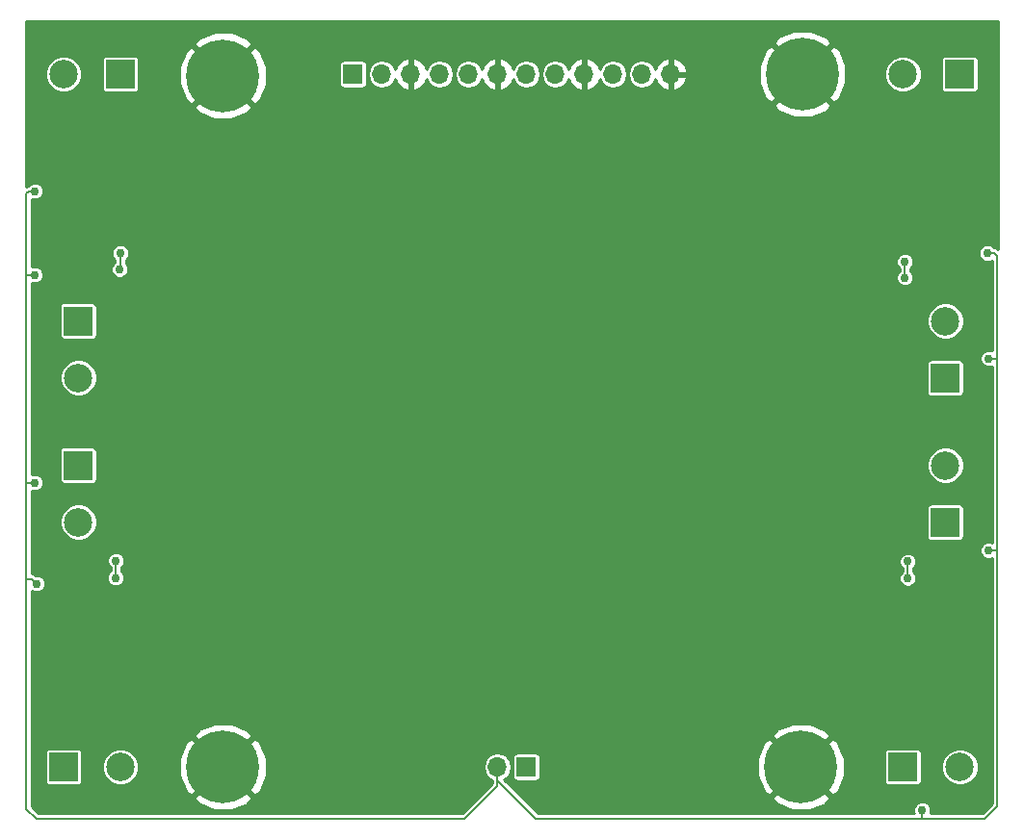
<source format=gbr>
G04 #@! TF.FileFunction,Copper,L2,Bot,Signal*
%FSLAX46Y46*%
G04 Gerber Fmt 4.6, Leading zero omitted, Abs format (unit mm)*
G04 Created by KiCad (PCBNEW 4.0.6) date Fri Mar 31 15:22:04 2017*
%MOMM*%
%LPD*%
G01*
G04 APERTURE LIST*
%ADD10C,0.088900*%
%ADD11R,1.700000X1.700000*%
%ADD12O,1.700000X1.700000*%
%ADD13C,6.400000*%
%ADD14C,2.500000*%
%ADD15R,2.500000X2.500000*%
%ADD16C,0.754380*%
%ADD17C,0.203200*%
%ADD18C,0.254000*%
G04 APERTURE END LIST*
D10*
D11*
X151130000Y-138430000D03*
D12*
X148590000Y-138430000D03*
D13*
X175387000Y-77470000D03*
X124460000Y-77597000D03*
X175260000Y-138430000D03*
X124460000Y-138430000D03*
D11*
X135890001Y-77470000D03*
D12*
X138430001Y-77470000D03*
X140970001Y-77470000D03*
X143510001Y-77470000D03*
X146050001Y-77470000D03*
X148590001Y-77470000D03*
X151130001Y-77470000D03*
X153670001Y-77470000D03*
X156210001Y-77470000D03*
X158750001Y-77470000D03*
X161290001Y-77470000D03*
X163830001Y-77470000D03*
D14*
X110443000Y-77470000D03*
D15*
X115443000Y-77470000D03*
D14*
X111760000Y-104187000D03*
D15*
X111760000Y-99187000D03*
D14*
X111759998Y-116887001D03*
D15*
X111759998Y-111887001D03*
D14*
X115443000Y-138430000D03*
D15*
X110443000Y-138430000D03*
D14*
X189230000Y-138430000D03*
D15*
X184230000Y-138430000D03*
D14*
X187959999Y-111887001D03*
D15*
X187959999Y-116887001D03*
D14*
X187960000Y-99186998D03*
D15*
X187960000Y-104186998D03*
D14*
X184230000Y-77470000D03*
D15*
X189230000Y-77470000D03*
D16*
X146875500Y-130175000D03*
X149987000Y-125222001D03*
X161290000Y-94488000D03*
X158496000Y-94488000D03*
X165989000Y-84582000D03*
X168402000Y-91313000D03*
X166116002Y-97155000D03*
X168529000Y-104267000D03*
X166116000Y-109982000D03*
X168656000Y-116586000D03*
X161417000Y-121412000D03*
X158242000Y-120904000D03*
X166243000Y-123063000D03*
X168529000Y-129540000D03*
X133857998Y-131191000D03*
X131318000Y-124460000D03*
X138049000Y-121158000D03*
X141224000Y-121539000D03*
X133731000Y-118364000D03*
X130937000Y-111760000D03*
X133731000Y-105663988D03*
X131064000Y-99187000D03*
X138049000Y-94615000D03*
X141097000Y-94869000D03*
X133604000Y-93091000D03*
X130937000Y-86360000D03*
X164210795Y-88254934D03*
X187325000Y-90805000D03*
X112395000Y-90424000D03*
X138557000Y-88900000D03*
X135590309Y-102501086D03*
X135382000Y-89281000D03*
X135382000Y-114554000D03*
X112395000Y-125349000D03*
X135559992Y-127762000D03*
X187325000Y-125095001D03*
X164211000Y-101219000D03*
X164160008Y-113411000D03*
X164084000Y-126746000D03*
X161036000Y-127127000D03*
X138684000Y-127254000D03*
X138557000Y-115189000D03*
X138557000Y-100711000D03*
X161162990Y-100584000D03*
X161163000Y-88496264D03*
X161163000Y-115031612D03*
X153289000Y-128016000D03*
X146304000Y-126365000D03*
X115384275Y-94636600D03*
X115443000Y-93218000D03*
X115020020Y-121793000D03*
X115062000Y-120269000D03*
X184658032Y-121814600D03*
X184658000Y-120352809D03*
X184404000Y-93980000D03*
X184404000Y-95377000D03*
X191643000Y-93218002D03*
X107950000Y-95123000D03*
X108077000Y-122301000D03*
X191770000Y-119380000D03*
X107950000Y-87757000D03*
X107950000Y-113411000D03*
X191770000Y-102489000D03*
X185928000Y-142240000D03*
D17*
X115443000Y-94577875D02*
X115384275Y-94636600D01*
X115443000Y-93218000D02*
X115443000Y-94577875D01*
X115062000Y-121751020D02*
X115020020Y-121793000D01*
X115062000Y-120269000D02*
X115062000Y-121751020D01*
X184658000Y-121814568D02*
X184658032Y-121814600D01*
X184658000Y-120352809D02*
X184658000Y-121814568D01*
X184404000Y-95377000D02*
X184404000Y-93980000D01*
X192278002Y-93218002D02*
X192176427Y-93218002D01*
X192532000Y-93472000D02*
X192278002Y-93218002D01*
X192176427Y-93218002D02*
X191643000Y-93218002D01*
X107188000Y-93218000D02*
X107188000Y-95123000D01*
X107188000Y-95123000D02*
X107188000Y-96012000D01*
X107950000Y-95123000D02*
X107188000Y-95123000D01*
X107696000Y-121920000D02*
X107699811Y-121923811D01*
X107699811Y-121923811D02*
X108077000Y-122301000D01*
X107188000Y-121920000D02*
X107696000Y-121920000D01*
X107188000Y-122809000D02*
X107188000Y-121920000D01*
X107188000Y-121920000D02*
X107188000Y-121285000D01*
X107188000Y-121285000D02*
X107188000Y-113411000D01*
X192532000Y-120523000D02*
X192532000Y-119380000D01*
X192532000Y-119380000D02*
X192532000Y-118618000D01*
X191770000Y-119380000D02*
X192532000Y-119380000D01*
X192532000Y-94742000D02*
X192532000Y-93472000D01*
X192532000Y-122428000D02*
X192532000Y-120523000D01*
X192532000Y-96266000D02*
X192532000Y-94742000D01*
X107188000Y-123444000D02*
X107188000Y-122809000D01*
X107188000Y-142113000D02*
X107188000Y-128397000D01*
X107188000Y-128397000D02*
X107188000Y-125222000D01*
X107188000Y-96012000D02*
X107188000Y-97663000D01*
X107950000Y-87757000D02*
X107416573Y-87757000D01*
X107416573Y-87757000D02*
X107188000Y-87985573D01*
X107188000Y-87985573D02*
X107188000Y-88900000D01*
X107188000Y-88900000D02*
X107188000Y-93218000D01*
X107188000Y-123698000D02*
X107188000Y-123444000D01*
X192532000Y-102489000D02*
X192532000Y-96266000D01*
X192532000Y-124333000D02*
X192532000Y-122428000D01*
X107188000Y-97663000D02*
X107188000Y-100838000D01*
X107188000Y-113411000D02*
X107188000Y-100838000D01*
X107950000Y-113411000D02*
X107188000Y-113411000D01*
X107188000Y-125222000D02*
X107188000Y-123698000D01*
X192532000Y-118618000D02*
X192532000Y-115189000D01*
X192532000Y-109347000D02*
X192532000Y-102489000D01*
X191770000Y-102489000D02*
X192532000Y-102489000D01*
X192532000Y-115189000D02*
X192532000Y-114300000D01*
X151959919Y-143002000D02*
X185928000Y-143002000D01*
X185928000Y-143002000D02*
X191389000Y-143002000D01*
X185928000Y-142240000D02*
X185928000Y-143002000D01*
X192532000Y-114300000D02*
X192532000Y-114173000D01*
X192532000Y-114173000D02*
X192532000Y-109347000D01*
X192532000Y-141859000D02*
X192532000Y-124333000D01*
X108077000Y-143002000D02*
X107188000Y-142113000D01*
X145669000Y-143002000D02*
X108077000Y-143002000D01*
X148590000Y-140081000D02*
X145669000Y-143002000D01*
X148590000Y-138430000D02*
X148590000Y-140081000D01*
X191389000Y-143002000D02*
X192532000Y-141859000D01*
X148590000Y-138430000D02*
X148590000Y-139632081D01*
X148590000Y-139632081D02*
X151959919Y-143002000D01*
D18*
G36*
X192584000Y-92853198D02*
X192462685Y-92772138D01*
X192278002Y-92735402D01*
X192232550Y-92735402D01*
X192073041Y-92575614D01*
X191794475Y-92459944D01*
X191492848Y-92459681D01*
X191214081Y-92574865D01*
X191000612Y-92787961D01*
X190884942Y-93066527D01*
X190884679Y-93368154D01*
X190999863Y-93646921D01*
X191212959Y-93860390D01*
X191491525Y-93976060D01*
X191793152Y-93976323D01*
X192049400Y-93870444D01*
X192049400Y-101784061D01*
X191921475Y-101730942D01*
X191619848Y-101730679D01*
X191341081Y-101845863D01*
X191127612Y-102058959D01*
X191011942Y-102337525D01*
X191011679Y-102639152D01*
X191126863Y-102917919D01*
X191339959Y-103131388D01*
X191618525Y-103247058D01*
X191920152Y-103247321D01*
X192049400Y-103193917D01*
X192049400Y-118675061D01*
X191921475Y-118621942D01*
X191619848Y-118621679D01*
X191341081Y-118736863D01*
X191127612Y-118949959D01*
X191011942Y-119228525D01*
X191011679Y-119530152D01*
X191126863Y-119808919D01*
X191339959Y-120022388D01*
X191618525Y-120138058D01*
X191920152Y-120138321D01*
X192049400Y-120084917D01*
X192049400Y-141659100D01*
X191189100Y-142519400D01*
X186632939Y-142519400D01*
X186686058Y-142391475D01*
X186686321Y-142089848D01*
X186571137Y-141811081D01*
X186358041Y-141597612D01*
X186079475Y-141481942D01*
X185777848Y-141481679D01*
X185499081Y-141596863D01*
X185285612Y-141809959D01*
X185169942Y-142088525D01*
X185169679Y-142390152D01*
X185223083Y-142519400D01*
X152159819Y-142519400D01*
X150811329Y-141170910D01*
X172698695Y-141170910D01*
X173065640Y-141666343D01*
X174471171Y-142259736D01*
X175996793Y-142270087D01*
X177410246Y-141695819D01*
X177454360Y-141666343D01*
X177821305Y-141170910D01*
X175260000Y-138609605D01*
X172698695Y-141170910D01*
X150811329Y-141170910D01*
X149163439Y-139523020D01*
X149460448Y-139324565D01*
X149727296Y-138925200D01*
X149821000Y-138454117D01*
X149821000Y-138405883D01*
X149727296Y-137934800D01*
X149490226Y-137580000D01*
X149891536Y-137580000D01*
X149891536Y-139280000D01*
X149918103Y-139421190D01*
X150001546Y-139550865D01*
X150128866Y-139637859D01*
X150280000Y-139668464D01*
X151980000Y-139668464D01*
X152121190Y-139641897D01*
X152250865Y-139558454D01*
X152337859Y-139431134D01*
X152368464Y-139280000D01*
X152368464Y-139166793D01*
X171419913Y-139166793D01*
X171994181Y-140580246D01*
X172023657Y-140624360D01*
X172519090Y-140991305D01*
X175080395Y-138430000D01*
X175439605Y-138430000D01*
X178000910Y-140991305D01*
X178496343Y-140624360D01*
X179089736Y-139218829D01*
X179100087Y-137693207D01*
X178891578Y-137180000D01*
X182591536Y-137180000D01*
X182591536Y-139680000D01*
X182618103Y-139821190D01*
X182701546Y-139950865D01*
X182828866Y-140037859D01*
X182980000Y-140068464D01*
X185480000Y-140068464D01*
X185621190Y-140041897D01*
X185750865Y-139958454D01*
X185837859Y-139831134D01*
X185868464Y-139680000D01*
X185868464Y-138753003D01*
X187598718Y-138753003D01*
X187846499Y-139352680D01*
X188304907Y-139811888D01*
X188904151Y-140060716D01*
X189553003Y-140061282D01*
X190152680Y-139813501D01*
X190611888Y-139355093D01*
X190860716Y-138755849D01*
X190861282Y-138106997D01*
X190613501Y-137507320D01*
X190155093Y-137048112D01*
X189555849Y-136799284D01*
X188906997Y-136798718D01*
X188307320Y-137046499D01*
X187848112Y-137504907D01*
X187599284Y-138104151D01*
X187598718Y-138753003D01*
X185868464Y-138753003D01*
X185868464Y-137180000D01*
X185841897Y-137038810D01*
X185758454Y-136909135D01*
X185631134Y-136822141D01*
X185480000Y-136791536D01*
X182980000Y-136791536D01*
X182838810Y-136818103D01*
X182709135Y-136901546D01*
X182622141Y-137028866D01*
X182591536Y-137180000D01*
X178891578Y-137180000D01*
X178525819Y-136279754D01*
X178496343Y-136235640D01*
X178000910Y-135868695D01*
X175439605Y-138430000D01*
X175080395Y-138430000D01*
X172519090Y-135868695D01*
X172023657Y-136235640D01*
X171430264Y-137641171D01*
X171419913Y-139166793D01*
X152368464Y-139166793D01*
X152368464Y-137580000D01*
X152341897Y-137438810D01*
X152258454Y-137309135D01*
X152131134Y-137222141D01*
X151980000Y-137191536D01*
X150280000Y-137191536D01*
X150138810Y-137218103D01*
X150009135Y-137301546D01*
X149922141Y-137428866D01*
X149891536Y-137580000D01*
X149490226Y-137580000D01*
X149460448Y-137535435D01*
X149061083Y-137268587D01*
X148590000Y-137174883D01*
X148118917Y-137268587D01*
X147719552Y-137535435D01*
X147452704Y-137934800D01*
X147359000Y-138405883D01*
X147359000Y-138454117D01*
X147452704Y-138925200D01*
X147719552Y-139324565D01*
X148107400Y-139583718D01*
X148107400Y-139881100D01*
X145469100Y-142519400D01*
X108276900Y-142519400D01*
X107670600Y-141913100D01*
X107670600Y-141170910D01*
X121898695Y-141170910D01*
X122265640Y-141666343D01*
X123671171Y-142259736D01*
X125196793Y-142270087D01*
X126610246Y-141695819D01*
X126654360Y-141666343D01*
X127021305Y-141170910D01*
X124460000Y-138609605D01*
X121898695Y-141170910D01*
X107670600Y-141170910D01*
X107670600Y-137180000D01*
X108804536Y-137180000D01*
X108804536Y-139680000D01*
X108831103Y-139821190D01*
X108914546Y-139950865D01*
X109041866Y-140037859D01*
X109193000Y-140068464D01*
X111693000Y-140068464D01*
X111834190Y-140041897D01*
X111963865Y-139958454D01*
X112050859Y-139831134D01*
X112081464Y-139680000D01*
X112081464Y-138753003D01*
X113811718Y-138753003D01*
X114059499Y-139352680D01*
X114517907Y-139811888D01*
X115117151Y-140060716D01*
X115766003Y-140061282D01*
X116365680Y-139813501D01*
X116824888Y-139355093D01*
X116903077Y-139166793D01*
X120619913Y-139166793D01*
X121194181Y-140580246D01*
X121223657Y-140624360D01*
X121719090Y-140991305D01*
X124280395Y-138430000D01*
X124639605Y-138430000D01*
X127200910Y-140991305D01*
X127696343Y-140624360D01*
X128289736Y-139218829D01*
X128300087Y-137693207D01*
X127725819Y-136279754D01*
X127696343Y-136235640D01*
X127200910Y-135868695D01*
X124639605Y-138430000D01*
X124280395Y-138430000D01*
X121719090Y-135868695D01*
X121223657Y-136235640D01*
X120630264Y-137641171D01*
X120619913Y-139166793D01*
X116903077Y-139166793D01*
X117073716Y-138755849D01*
X117074282Y-138106997D01*
X116826501Y-137507320D01*
X116368093Y-137048112D01*
X115768849Y-136799284D01*
X115119997Y-136798718D01*
X114520320Y-137046499D01*
X114061112Y-137504907D01*
X113812284Y-138104151D01*
X113811718Y-138753003D01*
X112081464Y-138753003D01*
X112081464Y-137180000D01*
X112054897Y-137038810D01*
X111971454Y-136909135D01*
X111844134Y-136822141D01*
X111693000Y-136791536D01*
X109193000Y-136791536D01*
X109051810Y-136818103D01*
X108922135Y-136901546D01*
X108835141Y-137028866D01*
X108804536Y-137180000D01*
X107670600Y-137180000D01*
X107670600Y-135689090D01*
X121898695Y-135689090D01*
X124460000Y-138250395D01*
X127021305Y-135689090D01*
X172698695Y-135689090D01*
X175260000Y-138250395D01*
X177821305Y-135689090D01*
X177454360Y-135193657D01*
X176048829Y-134600264D01*
X174523207Y-134589913D01*
X173109754Y-135164181D01*
X173065640Y-135193657D01*
X172698695Y-135689090D01*
X127021305Y-135689090D01*
X126654360Y-135193657D01*
X125248829Y-134600264D01*
X123723207Y-134589913D01*
X122309754Y-135164181D01*
X122265640Y-135193657D01*
X121898695Y-135689090D01*
X107670600Y-135689090D01*
X107670600Y-122953205D01*
X107925525Y-123059058D01*
X108227152Y-123059321D01*
X108505919Y-122944137D01*
X108719388Y-122731041D01*
X108835058Y-122452475D01*
X108835321Y-122150848D01*
X108749503Y-121943152D01*
X114261699Y-121943152D01*
X114376883Y-122221919D01*
X114589979Y-122435388D01*
X114868545Y-122551058D01*
X115170172Y-122551321D01*
X115448939Y-122436137D01*
X115662408Y-122223041D01*
X115778078Y-121944475D01*
X115778341Y-121642848D01*
X115663157Y-121364081D01*
X115544600Y-121245316D01*
X115544600Y-120858550D01*
X115704388Y-120699041D01*
X115785807Y-120502961D01*
X183899679Y-120502961D01*
X184014863Y-120781728D01*
X184175400Y-120942546D01*
X184175400Y-121225082D01*
X184015644Y-121384559D01*
X183899974Y-121663125D01*
X183899711Y-121964752D01*
X184014895Y-122243519D01*
X184227991Y-122456988D01*
X184506557Y-122572658D01*
X184808184Y-122572921D01*
X185086951Y-122457737D01*
X185300420Y-122244641D01*
X185416090Y-121966075D01*
X185416353Y-121664448D01*
X185301169Y-121385681D01*
X185140600Y-121224831D01*
X185140600Y-120942359D01*
X185300388Y-120782850D01*
X185416058Y-120504284D01*
X185416321Y-120202657D01*
X185301137Y-119923890D01*
X185088041Y-119710421D01*
X184809475Y-119594751D01*
X184507848Y-119594488D01*
X184229081Y-119709672D01*
X184015612Y-119922768D01*
X183899942Y-120201334D01*
X183899679Y-120502961D01*
X115785807Y-120502961D01*
X115820058Y-120420475D01*
X115820321Y-120118848D01*
X115705137Y-119840081D01*
X115492041Y-119626612D01*
X115213475Y-119510942D01*
X114911848Y-119510679D01*
X114633081Y-119625863D01*
X114419612Y-119838959D01*
X114303942Y-120117525D01*
X114303679Y-120419152D01*
X114418863Y-120697919D01*
X114579400Y-120858737D01*
X114579400Y-121161544D01*
X114377632Y-121362959D01*
X114261962Y-121641525D01*
X114261699Y-121943152D01*
X108749503Y-121943152D01*
X108720137Y-121872081D01*
X108507041Y-121658612D01*
X108228475Y-121542942D01*
X107983339Y-121542728D01*
X107880683Y-121474136D01*
X107696000Y-121437400D01*
X107670600Y-121437400D01*
X107670600Y-117210004D01*
X110128716Y-117210004D01*
X110376497Y-117809681D01*
X110834905Y-118268889D01*
X111434149Y-118517717D01*
X112083001Y-118518283D01*
X112682678Y-118270502D01*
X113141886Y-117812094D01*
X113390714Y-117212850D01*
X113391280Y-116563998D01*
X113143499Y-115964321D01*
X112816750Y-115637001D01*
X186321535Y-115637001D01*
X186321535Y-118137001D01*
X186348102Y-118278191D01*
X186431545Y-118407866D01*
X186558865Y-118494860D01*
X186709999Y-118525465D01*
X189209999Y-118525465D01*
X189351189Y-118498898D01*
X189480864Y-118415455D01*
X189567858Y-118288135D01*
X189598463Y-118137001D01*
X189598463Y-115637001D01*
X189571896Y-115495811D01*
X189488453Y-115366136D01*
X189361133Y-115279142D01*
X189209999Y-115248537D01*
X186709999Y-115248537D01*
X186568809Y-115275104D01*
X186439134Y-115358547D01*
X186352140Y-115485867D01*
X186321535Y-115637001D01*
X112816750Y-115637001D01*
X112685091Y-115505113D01*
X112085847Y-115256285D01*
X111436995Y-115255719D01*
X110837318Y-115503500D01*
X110378110Y-115961908D01*
X110129282Y-116561152D01*
X110128716Y-117210004D01*
X107670600Y-117210004D01*
X107670600Y-114115939D01*
X107798525Y-114169058D01*
X108100152Y-114169321D01*
X108378919Y-114054137D01*
X108592388Y-113841041D01*
X108708058Y-113562475D01*
X108708321Y-113260848D01*
X108593137Y-112982081D01*
X108380041Y-112768612D01*
X108101475Y-112652942D01*
X107799848Y-112652679D01*
X107670600Y-112706083D01*
X107670600Y-110637001D01*
X110121534Y-110637001D01*
X110121534Y-113137001D01*
X110148101Y-113278191D01*
X110231544Y-113407866D01*
X110358864Y-113494860D01*
X110509998Y-113525465D01*
X113009998Y-113525465D01*
X113151188Y-113498898D01*
X113280863Y-113415455D01*
X113367857Y-113288135D01*
X113398462Y-113137001D01*
X113398462Y-112210004D01*
X186328717Y-112210004D01*
X186576498Y-112809681D01*
X187034906Y-113268889D01*
X187634150Y-113517717D01*
X188283002Y-113518283D01*
X188882679Y-113270502D01*
X189341887Y-112812094D01*
X189590715Y-112212850D01*
X189591281Y-111563998D01*
X189343500Y-110964321D01*
X188885092Y-110505113D01*
X188285848Y-110256285D01*
X187636996Y-110255719D01*
X187037319Y-110503500D01*
X186578111Y-110961908D01*
X186329283Y-111561152D01*
X186328717Y-112210004D01*
X113398462Y-112210004D01*
X113398462Y-110637001D01*
X113371895Y-110495811D01*
X113288452Y-110366136D01*
X113161132Y-110279142D01*
X113009998Y-110248537D01*
X110509998Y-110248537D01*
X110368808Y-110275104D01*
X110239133Y-110358547D01*
X110152139Y-110485867D01*
X110121534Y-110637001D01*
X107670600Y-110637001D01*
X107670600Y-104510003D01*
X110128718Y-104510003D01*
X110376499Y-105109680D01*
X110834907Y-105568888D01*
X111434151Y-105817716D01*
X112083003Y-105818282D01*
X112682680Y-105570501D01*
X113141888Y-105112093D01*
X113390716Y-104512849D01*
X113391282Y-103863997D01*
X113143501Y-103264320D01*
X112816750Y-102936998D01*
X186321536Y-102936998D01*
X186321536Y-105436998D01*
X186348103Y-105578188D01*
X186431546Y-105707863D01*
X186558866Y-105794857D01*
X186710000Y-105825462D01*
X189210000Y-105825462D01*
X189351190Y-105798895D01*
X189480865Y-105715452D01*
X189567859Y-105588132D01*
X189598464Y-105436998D01*
X189598464Y-102936998D01*
X189571897Y-102795808D01*
X189488454Y-102666133D01*
X189361134Y-102579139D01*
X189210000Y-102548534D01*
X186710000Y-102548534D01*
X186568810Y-102575101D01*
X186439135Y-102658544D01*
X186352141Y-102785864D01*
X186321536Y-102936998D01*
X112816750Y-102936998D01*
X112685093Y-102805112D01*
X112085849Y-102556284D01*
X111436997Y-102555718D01*
X110837320Y-102803499D01*
X110378112Y-103261907D01*
X110129284Y-103861151D01*
X110128718Y-104510003D01*
X107670600Y-104510003D01*
X107670600Y-97937000D01*
X110121536Y-97937000D01*
X110121536Y-100437000D01*
X110148103Y-100578190D01*
X110231546Y-100707865D01*
X110358866Y-100794859D01*
X110510000Y-100825464D01*
X113010000Y-100825464D01*
X113151190Y-100798897D01*
X113280865Y-100715454D01*
X113367859Y-100588134D01*
X113398464Y-100437000D01*
X113398464Y-99510001D01*
X186328718Y-99510001D01*
X186576499Y-100109678D01*
X187034907Y-100568886D01*
X187634151Y-100817714D01*
X188283003Y-100818280D01*
X188882680Y-100570499D01*
X189341888Y-100112091D01*
X189590716Y-99512847D01*
X189591282Y-98863995D01*
X189343501Y-98264318D01*
X188885093Y-97805110D01*
X188285849Y-97556282D01*
X187636997Y-97555716D01*
X187037320Y-97803497D01*
X186578112Y-98261905D01*
X186329284Y-98861149D01*
X186328718Y-99510001D01*
X113398464Y-99510001D01*
X113398464Y-97937000D01*
X113371897Y-97795810D01*
X113288454Y-97666135D01*
X113161134Y-97579141D01*
X113010000Y-97548536D01*
X110510000Y-97548536D01*
X110368810Y-97575103D01*
X110239135Y-97658546D01*
X110152141Y-97785866D01*
X110121536Y-97937000D01*
X107670600Y-97937000D01*
X107670600Y-95827939D01*
X107798525Y-95881058D01*
X108100152Y-95881321D01*
X108378919Y-95766137D01*
X108592388Y-95553041D01*
X108708058Y-95274475D01*
X108708321Y-94972848D01*
X108631428Y-94786752D01*
X114625954Y-94786752D01*
X114741138Y-95065519D01*
X114954234Y-95278988D01*
X115232800Y-95394658D01*
X115534427Y-95394921D01*
X115813194Y-95279737D01*
X116026663Y-95066641D01*
X116142333Y-94788075D01*
X116142596Y-94486448D01*
X116027412Y-94207681D01*
X115950019Y-94130152D01*
X183645679Y-94130152D01*
X183760863Y-94408919D01*
X183921400Y-94569737D01*
X183921400Y-94787450D01*
X183761612Y-94946959D01*
X183645942Y-95225525D01*
X183645679Y-95527152D01*
X183760863Y-95805919D01*
X183973959Y-96019388D01*
X184252525Y-96135058D01*
X184554152Y-96135321D01*
X184832919Y-96020137D01*
X185046388Y-95807041D01*
X185162058Y-95528475D01*
X185162321Y-95226848D01*
X185047137Y-94948081D01*
X184886600Y-94787263D01*
X184886600Y-94569550D01*
X185046388Y-94410041D01*
X185162058Y-94131475D01*
X185162321Y-93829848D01*
X185047137Y-93551081D01*
X184834041Y-93337612D01*
X184555475Y-93221942D01*
X184253848Y-93221679D01*
X183975081Y-93336863D01*
X183761612Y-93549959D01*
X183645942Y-93828525D01*
X183645679Y-94130152D01*
X115950019Y-94130152D01*
X115925600Y-94105691D01*
X115925600Y-93807550D01*
X116085388Y-93648041D01*
X116201058Y-93369475D01*
X116201321Y-93067848D01*
X116086137Y-92789081D01*
X115873041Y-92575612D01*
X115594475Y-92459942D01*
X115292848Y-92459679D01*
X115014081Y-92574863D01*
X114800612Y-92787959D01*
X114684942Y-93066525D01*
X114684679Y-93368152D01*
X114799863Y-93646919D01*
X114960400Y-93807737D01*
X114960400Y-93991379D01*
X114955356Y-93993463D01*
X114741887Y-94206559D01*
X114626217Y-94485125D01*
X114625954Y-94786752D01*
X108631428Y-94786752D01*
X108593137Y-94694081D01*
X108380041Y-94480612D01*
X108101475Y-94364942D01*
X107799848Y-94364679D01*
X107670600Y-94418083D01*
X107670600Y-88461939D01*
X107798525Y-88515058D01*
X108100152Y-88515321D01*
X108378919Y-88400137D01*
X108592388Y-88187041D01*
X108708058Y-87908475D01*
X108708321Y-87606848D01*
X108593137Y-87328081D01*
X108380041Y-87114612D01*
X108101475Y-86998942D01*
X107799848Y-86998679D01*
X107521081Y-87113863D01*
X107346250Y-87288388D01*
X107231890Y-87311136D01*
X107136000Y-87375207D01*
X107136000Y-80337910D01*
X121898695Y-80337910D01*
X122265640Y-80833343D01*
X123671171Y-81426736D01*
X125196793Y-81437087D01*
X126610246Y-80862819D01*
X126654360Y-80833343D01*
X127021305Y-80337910D01*
X126894305Y-80210910D01*
X172825695Y-80210910D01*
X173192640Y-80706343D01*
X174598171Y-81299736D01*
X176123793Y-81310087D01*
X177537246Y-80735819D01*
X177581360Y-80706343D01*
X177948305Y-80210910D01*
X175387000Y-77649605D01*
X172825695Y-80210910D01*
X126894305Y-80210910D01*
X124460000Y-77776605D01*
X121898695Y-80337910D01*
X107136000Y-80337910D01*
X107136000Y-77793003D01*
X108811718Y-77793003D01*
X109059499Y-78392680D01*
X109517907Y-78851888D01*
X110117151Y-79100716D01*
X110766003Y-79101282D01*
X111365680Y-78853501D01*
X111824888Y-78395093D01*
X112073716Y-77795849D01*
X112074282Y-77146997D01*
X111826501Y-76547320D01*
X111499752Y-76220000D01*
X113804536Y-76220000D01*
X113804536Y-78720000D01*
X113831103Y-78861190D01*
X113914546Y-78990865D01*
X114041866Y-79077859D01*
X114193000Y-79108464D01*
X116693000Y-79108464D01*
X116834190Y-79081897D01*
X116963865Y-78998454D01*
X117050859Y-78871134D01*
X117081464Y-78720000D01*
X117081464Y-78333793D01*
X120619913Y-78333793D01*
X121194181Y-79747246D01*
X121223657Y-79791360D01*
X121719090Y-80158305D01*
X124280395Y-77597000D01*
X124639605Y-77597000D01*
X127200910Y-80158305D01*
X127696343Y-79791360D01*
X128289736Y-78385829D01*
X128300087Y-76860207D01*
X128202494Y-76620000D01*
X134651537Y-76620000D01*
X134651537Y-78320000D01*
X134678104Y-78461190D01*
X134761547Y-78590865D01*
X134888867Y-78677859D01*
X135040001Y-78708464D01*
X136740001Y-78708464D01*
X136881191Y-78681897D01*
X137010866Y-78598454D01*
X137097860Y-78471134D01*
X137128465Y-78320000D01*
X137128465Y-77445883D01*
X137199001Y-77445883D01*
X137199001Y-77494117D01*
X137292705Y-77965200D01*
X137559553Y-78364565D01*
X137958918Y-78631413D01*
X138430001Y-78725117D01*
X138901084Y-78631413D01*
X139300449Y-78364565D01*
X139567297Y-77965200D01*
X139575084Y-77926053D01*
X139774818Y-78351358D01*
X140203077Y-78741645D01*
X140613111Y-78911476D01*
X140843001Y-78790155D01*
X140843001Y-77597000D01*
X140823001Y-77597000D01*
X140823001Y-77343000D01*
X140843001Y-77343000D01*
X140843001Y-76149845D01*
X141097001Y-76149845D01*
X141097001Y-77343000D01*
X141117001Y-77343000D01*
X141117001Y-77597000D01*
X141097001Y-77597000D01*
X141097001Y-78790155D01*
X141326891Y-78911476D01*
X141736925Y-78741645D01*
X142165184Y-78351358D01*
X142364918Y-77926053D01*
X142372705Y-77965200D01*
X142639553Y-78364565D01*
X143038918Y-78631413D01*
X143510001Y-78725117D01*
X143981084Y-78631413D01*
X144380449Y-78364565D01*
X144647297Y-77965200D01*
X144741001Y-77494117D01*
X144741001Y-77445883D01*
X144819001Y-77445883D01*
X144819001Y-77494117D01*
X144912705Y-77965200D01*
X145179553Y-78364565D01*
X145578918Y-78631413D01*
X146050001Y-78725117D01*
X146521084Y-78631413D01*
X146920449Y-78364565D01*
X147187297Y-77965200D01*
X147195084Y-77926053D01*
X147394818Y-78351358D01*
X147823077Y-78741645D01*
X148233111Y-78911476D01*
X148463001Y-78790155D01*
X148463001Y-77597000D01*
X148443001Y-77597000D01*
X148443001Y-77343000D01*
X148463001Y-77343000D01*
X148463001Y-76149845D01*
X148717001Y-76149845D01*
X148717001Y-77343000D01*
X148737001Y-77343000D01*
X148737001Y-77597000D01*
X148717001Y-77597000D01*
X148717001Y-78790155D01*
X148946891Y-78911476D01*
X149356925Y-78741645D01*
X149785184Y-78351358D01*
X149984918Y-77926053D01*
X149992705Y-77965200D01*
X150259553Y-78364565D01*
X150658918Y-78631413D01*
X151130001Y-78725117D01*
X151601084Y-78631413D01*
X152000449Y-78364565D01*
X152267297Y-77965200D01*
X152361001Y-77494117D01*
X152361001Y-77445883D01*
X152439001Y-77445883D01*
X152439001Y-77494117D01*
X152532705Y-77965200D01*
X152799553Y-78364565D01*
X153198918Y-78631413D01*
X153670001Y-78725117D01*
X154141084Y-78631413D01*
X154540449Y-78364565D01*
X154807297Y-77965200D01*
X154815084Y-77926053D01*
X155014818Y-78351358D01*
X155443077Y-78741645D01*
X155853111Y-78911476D01*
X156083001Y-78790155D01*
X156083001Y-77597000D01*
X156063001Y-77597000D01*
X156063001Y-77343000D01*
X156083001Y-77343000D01*
X156083001Y-76149845D01*
X156337001Y-76149845D01*
X156337001Y-77343000D01*
X156357001Y-77343000D01*
X156357001Y-77597000D01*
X156337001Y-77597000D01*
X156337001Y-78790155D01*
X156566891Y-78911476D01*
X156976925Y-78741645D01*
X157405184Y-78351358D01*
X157604918Y-77926053D01*
X157612705Y-77965200D01*
X157879553Y-78364565D01*
X158278918Y-78631413D01*
X158750001Y-78725117D01*
X159221084Y-78631413D01*
X159620449Y-78364565D01*
X159887297Y-77965200D01*
X159981001Y-77494117D01*
X159981001Y-77445883D01*
X160059001Y-77445883D01*
X160059001Y-77494117D01*
X160152705Y-77965200D01*
X160419553Y-78364565D01*
X160818918Y-78631413D01*
X161290001Y-78725117D01*
X161761084Y-78631413D01*
X162160449Y-78364565D01*
X162427297Y-77965200D01*
X162435084Y-77926053D01*
X162634818Y-78351358D01*
X163063077Y-78741645D01*
X163473111Y-78911476D01*
X163703001Y-78790155D01*
X163703001Y-77597000D01*
X163957001Y-77597000D01*
X163957001Y-78790155D01*
X164186891Y-78911476D01*
X164596925Y-78741645D01*
X165025184Y-78351358D01*
X165093075Y-78206793D01*
X171546913Y-78206793D01*
X172121181Y-79620246D01*
X172150657Y-79664360D01*
X172646090Y-80031305D01*
X175207395Y-77470000D01*
X175566605Y-77470000D01*
X178127910Y-80031305D01*
X178623343Y-79664360D01*
X179216736Y-78258829D01*
X179219896Y-77793003D01*
X182598718Y-77793003D01*
X182846499Y-78392680D01*
X183304907Y-78851888D01*
X183904151Y-79100716D01*
X184553003Y-79101282D01*
X185152680Y-78853501D01*
X185611888Y-78395093D01*
X185860716Y-77795849D01*
X185861282Y-77146997D01*
X185613501Y-76547320D01*
X185286752Y-76220000D01*
X187591536Y-76220000D01*
X187591536Y-78720000D01*
X187618103Y-78861190D01*
X187701546Y-78990865D01*
X187828866Y-79077859D01*
X187980000Y-79108464D01*
X190480000Y-79108464D01*
X190621190Y-79081897D01*
X190750865Y-78998454D01*
X190837859Y-78871134D01*
X190868464Y-78720000D01*
X190868464Y-76220000D01*
X190841897Y-76078810D01*
X190758454Y-75949135D01*
X190631134Y-75862141D01*
X190480000Y-75831536D01*
X187980000Y-75831536D01*
X187838810Y-75858103D01*
X187709135Y-75941546D01*
X187622141Y-76068866D01*
X187591536Y-76220000D01*
X185286752Y-76220000D01*
X185155093Y-76088112D01*
X184555849Y-75839284D01*
X183906997Y-75838718D01*
X183307320Y-76086499D01*
X182848112Y-76544907D01*
X182599284Y-77144151D01*
X182598718Y-77793003D01*
X179219896Y-77793003D01*
X179227087Y-76733207D01*
X178652819Y-75319754D01*
X178623343Y-75275640D01*
X178127910Y-74908695D01*
X175566605Y-77470000D01*
X175207395Y-77470000D01*
X172646090Y-74908695D01*
X172150657Y-75275640D01*
X171557264Y-76681171D01*
X171546913Y-78206793D01*
X165093075Y-78206793D01*
X165271487Y-77826892D01*
X165150820Y-77597000D01*
X163957001Y-77597000D01*
X163703001Y-77597000D01*
X163683001Y-77597000D01*
X163683001Y-77343000D01*
X163703001Y-77343000D01*
X163703001Y-76149845D01*
X163957001Y-76149845D01*
X163957001Y-77343000D01*
X165150820Y-77343000D01*
X165271487Y-77113108D01*
X165025184Y-76588642D01*
X164596925Y-76198355D01*
X164186891Y-76028524D01*
X163957001Y-76149845D01*
X163703001Y-76149845D01*
X163473111Y-76028524D01*
X163063077Y-76198355D01*
X162634818Y-76588642D01*
X162435084Y-77013947D01*
X162427297Y-76974800D01*
X162160449Y-76575435D01*
X161761084Y-76308587D01*
X161290001Y-76214883D01*
X160818918Y-76308587D01*
X160419553Y-76575435D01*
X160152705Y-76974800D01*
X160059001Y-77445883D01*
X159981001Y-77445883D01*
X159887297Y-76974800D01*
X159620449Y-76575435D01*
X159221084Y-76308587D01*
X158750001Y-76214883D01*
X158278918Y-76308587D01*
X157879553Y-76575435D01*
X157612705Y-76974800D01*
X157604918Y-77013947D01*
X157405184Y-76588642D01*
X156976925Y-76198355D01*
X156566891Y-76028524D01*
X156337001Y-76149845D01*
X156083001Y-76149845D01*
X155853111Y-76028524D01*
X155443077Y-76198355D01*
X155014818Y-76588642D01*
X154815084Y-77013947D01*
X154807297Y-76974800D01*
X154540449Y-76575435D01*
X154141084Y-76308587D01*
X153670001Y-76214883D01*
X153198918Y-76308587D01*
X152799553Y-76575435D01*
X152532705Y-76974800D01*
X152439001Y-77445883D01*
X152361001Y-77445883D01*
X152267297Y-76974800D01*
X152000449Y-76575435D01*
X151601084Y-76308587D01*
X151130001Y-76214883D01*
X150658918Y-76308587D01*
X150259553Y-76575435D01*
X149992705Y-76974800D01*
X149984918Y-77013947D01*
X149785184Y-76588642D01*
X149356925Y-76198355D01*
X148946891Y-76028524D01*
X148717001Y-76149845D01*
X148463001Y-76149845D01*
X148233111Y-76028524D01*
X147823077Y-76198355D01*
X147394818Y-76588642D01*
X147195084Y-77013947D01*
X147187297Y-76974800D01*
X146920449Y-76575435D01*
X146521084Y-76308587D01*
X146050001Y-76214883D01*
X145578918Y-76308587D01*
X145179553Y-76575435D01*
X144912705Y-76974800D01*
X144819001Y-77445883D01*
X144741001Y-77445883D01*
X144647297Y-76974800D01*
X144380449Y-76575435D01*
X143981084Y-76308587D01*
X143510001Y-76214883D01*
X143038918Y-76308587D01*
X142639553Y-76575435D01*
X142372705Y-76974800D01*
X142364918Y-77013947D01*
X142165184Y-76588642D01*
X141736925Y-76198355D01*
X141326891Y-76028524D01*
X141097001Y-76149845D01*
X140843001Y-76149845D01*
X140613111Y-76028524D01*
X140203077Y-76198355D01*
X139774818Y-76588642D01*
X139575084Y-77013947D01*
X139567297Y-76974800D01*
X139300449Y-76575435D01*
X138901084Y-76308587D01*
X138430001Y-76214883D01*
X137958918Y-76308587D01*
X137559553Y-76575435D01*
X137292705Y-76974800D01*
X137199001Y-77445883D01*
X137128465Y-77445883D01*
X137128465Y-76620000D01*
X137101898Y-76478810D01*
X137018455Y-76349135D01*
X136891135Y-76262141D01*
X136740001Y-76231536D01*
X135040001Y-76231536D01*
X134898811Y-76258103D01*
X134769136Y-76341546D01*
X134682142Y-76468866D01*
X134651537Y-76620000D01*
X128202494Y-76620000D01*
X127725819Y-75446754D01*
X127696343Y-75402640D01*
X127200910Y-75035695D01*
X124639605Y-77597000D01*
X124280395Y-77597000D01*
X121719090Y-75035695D01*
X121223657Y-75402640D01*
X120630264Y-76808171D01*
X120619913Y-78333793D01*
X117081464Y-78333793D01*
X117081464Y-76220000D01*
X117054897Y-76078810D01*
X116971454Y-75949135D01*
X116844134Y-75862141D01*
X116693000Y-75831536D01*
X114193000Y-75831536D01*
X114051810Y-75858103D01*
X113922135Y-75941546D01*
X113835141Y-76068866D01*
X113804536Y-76220000D01*
X111499752Y-76220000D01*
X111368093Y-76088112D01*
X110768849Y-75839284D01*
X110119997Y-75838718D01*
X109520320Y-76086499D01*
X109061112Y-76544907D01*
X108812284Y-77144151D01*
X108811718Y-77793003D01*
X107136000Y-77793003D01*
X107136000Y-74856090D01*
X121898695Y-74856090D01*
X124460000Y-77417395D01*
X127021305Y-74856090D01*
X126927242Y-74729090D01*
X172825695Y-74729090D01*
X175387000Y-77290395D01*
X177948305Y-74729090D01*
X177581360Y-74233657D01*
X176175829Y-73640264D01*
X174650207Y-73629913D01*
X173236754Y-74204181D01*
X173192640Y-74233657D01*
X172825695Y-74729090D01*
X126927242Y-74729090D01*
X126654360Y-74360657D01*
X125248829Y-73767264D01*
X123723207Y-73756913D01*
X122309754Y-74331181D01*
X122265640Y-74360657D01*
X121898695Y-74856090D01*
X107136000Y-74856090D01*
X107136000Y-72846000D01*
X192584000Y-72846000D01*
X192584000Y-92853198D01*
X192584000Y-92853198D01*
G37*
X192584000Y-92853198D02*
X192462685Y-92772138D01*
X192278002Y-92735402D01*
X192232550Y-92735402D01*
X192073041Y-92575614D01*
X191794475Y-92459944D01*
X191492848Y-92459681D01*
X191214081Y-92574865D01*
X191000612Y-92787961D01*
X190884942Y-93066527D01*
X190884679Y-93368154D01*
X190999863Y-93646921D01*
X191212959Y-93860390D01*
X191491525Y-93976060D01*
X191793152Y-93976323D01*
X192049400Y-93870444D01*
X192049400Y-101784061D01*
X191921475Y-101730942D01*
X191619848Y-101730679D01*
X191341081Y-101845863D01*
X191127612Y-102058959D01*
X191011942Y-102337525D01*
X191011679Y-102639152D01*
X191126863Y-102917919D01*
X191339959Y-103131388D01*
X191618525Y-103247058D01*
X191920152Y-103247321D01*
X192049400Y-103193917D01*
X192049400Y-118675061D01*
X191921475Y-118621942D01*
X191619848Y-118621679D01*
X191341081Y-118736863D01*
X191127612Y-118949959D01*
X191011942Y-119228525D01*
X191011679Y-119530152D01*
X191126863Y-119808919D01*
X191339959Y-120022388D01*
X191618525Y-120138058D01*
X191920152Y-120138321D01*
X192049400Y-120084917D01*
X192049400Y-141659100D01*
X191189100Y-142519400D01*
X186632939Y-142519400D01*
X186686058Y-142391475D01*
X186686321Y-142089848D01*
X186571137Y-141811081D01*
X186358041Y-141597612D01*
X186079475Y-141481942D01*
X185777848Y-141481679D01*
X185499081Y-141596863D01*
X185285612Y-141809959D01*
X185169942Y-142088525D01*
X185169679Y-142390152D01*
X185223083Y-142519400D01*
X152159819Y-142519400D01*
X150811329Y-141170910D01*
X172698695Y-141170910D01*
X173065640Y-141666343D01*
X174471171Y-142259736D01*
X175996793Y-142270087D01*
X177410246Y-141695819D01*
X177454360Y-141666343D01*
X177821305Y-141170910D01*
X175260000Y-138609605D01*
X172698695Y-141170910D01*
X150811329Y-141170910D01*
X149163439Y-139523020D01*
X149460448Y-139324565D01*
X149727296Y-138925200D01*
X149821000Y-138454117D01*
X149821000Y-138405883D01*
X149727296Y-137934800D01*
X149490226Y-137580000D01*
X149891536Y-137580000D01*
X149891536Y-139280000D01*
X149918103Y-139421190D01*
X150001546Y-139550865D01*
X150128866Y-139637859D01*
X150280000Y-139668464D01*
X151980000Y-139668464D01*
X152121190Y-139641897D01*
X152250865Y-139558454D01*
X152337859Y-139431134D01*
X152368464Y-139280000D01*
X152368464Y-139166793D01*
X171419913Y-139166793D01*
X171994181Y-140580246D01*
X172023657Y-140624360D01*
X172519090Y-140991305D01*
X175080395Y-138430000D01*
X175439605Y-138430000D01*
X178000910Y-140991305D01*
X178496343Y-140624360D01*
X179089736Y-139218829D01*
X179100087Y-137693207D01*
X178891578Y-137180000D01*
X182591536Y-137180000D01*
X182591536Y-139680000D01*
X182618103Y-139821190D01*
X182701546Y-139950865D01*
X182828866Y-140037859D01*
X182980000Y-140068464D01*
X185480000Y-140068464D01*
X185621190Y-140041897D01*
X185750865Y-139958454D01*
X185837859Y-139831134D01*
X185868464Y-139680000D01*
X185868464Y-138753003D01*
X187598718Y-138753003D01*
X187846499Y-139352680D01*
X188304907Y-139811888D01*
X188904151Y-140060716D01*
X189553003Y-140061282D01*
X190152680Y-139813501D01*
X190611888Y-139355093D01*
X190860716Y-138755849D01*
X190861282Y-138106997D01*
X190613501Y-137507320D01*
X190155093Y-137048112D01*
X189555849Y-136799284D01*
X188906997Y-136798718D01*
X188307320Y-137046499D01*
X187848112Y-137504907D01*
X187599284Y-138104151D01*
X187598718Y-138753003D01*
X185868464Y-138753003D01*
X185868464Y-137180000D01*
X185841897Y-137038810D01*
X185758454Y-136909135D01*
X185631134Y-136822141D01*
X185480000Y-136791536D01*
X182980000Y-136791536D01*
X182838810Y-136818103D01*
X182709135Y-136901546D01*
X182622141Y-137028866D01*
X182591536Y-137180000D01*
X178891578Y-137180000D01*
X178525819Y-136279754D01*
X178496343Y-136235640D01*
X178000910Y-135868695D01*
X175439605Y-138430000D01*
X175080395Y-138430000D01*
X172519090Y-135868695D01*
X172023657Y-136235640D01*
X171430264Y-137641171D01*
X171419913Y-139166793D01*
X152368464Y-139166793D01*
X152368464Y-137580000D01*
X152341897Y-137438810D01*
X152258454Y-137309135D01*
X152131134Y-137222141D01*
X151980000Y-137191536D01*
X150280000Y-137191536D01*
X150138810Y-137218103D01*
X150009135Y-137301546D01*
X149922141Y-137428866D01*
X149891536Y-137580000D01*
X149490226Y-137580000D01*
X149460448Y-137535435D01*
X149061083Y-137268587D01*
X148590000Y-137174883D01*
X148118917Y-137268587D01*
X147719552Y-137535435D01*
X147452704Y-137934800D01*
X147359000Y-138405883D01*
X147359000Y-138454117D01*
X147452704Y-138925200D01*
X147719552Y-139324565D01*
X148107400Y-139583718D01*
X148107400Y-139881100D01*
X145469100Y-142519400D01*
X108276900Y-142519400D01*
X107670600Y-141913100D01*
X107670600Y-141170910D01*
X121898695Y-141170910D01*
X122265640Y-141666343D01*
X123671171Y-142259736D01*
X125196793Y-142270087D01*
X126610246Y-141695819D01*
X126654360Y-141666343D01*
X127021305Y-141170910D01*
X124460000Y-138609605D01*
X121898695Y-141170910D01*
X107670600Y-141170910D01*
X107670600Y-137180000D01*
X108804536Y-137180000D01*
X108804536Y-139680000D01*
X108831103Y-139821190D01*
X108914546Y-139950865D01*
X109041866Y-140037859D01*
X109193000Y-140068464D01*
X111693000Y-140068464D01*
X111834190Y-140041897D01*
X111963865Y-139958454D01*
X112050859Y-139831134D01*
X112081464Y-139680000D01*
X112081464Y-138753003D01*
X113811718Y-138753003D01*
X114059499Y-139352680D01*
X114517907Y-139811888D01*
X115117151Y-140060716D01*
X115766003Y-140061282D01*
X116365680Y-139813501D01*
X116824888Y-139355093D01*
X116903077Y-139166793D01*
X120619913Y-139166793D01*
X121194181Y-140580246D01*
X121223657Y-140624360D01*
X121719090Y-140991305D01*
X124280395Y-138430000D01*
X124639605Y-138430000D01*
X127200910Y-140991305D01*
X127696343Y-140624360D01*
X128289736Y-139218829D01*
X128300087Y-137693207D01*
X127725819Y-136279754D01*
X127696343Y-136235640D01*
X127200910Y-135868695D01*
X124639605Y-138430000D01*
X124280395Y-138430000D01*
X121719090Y-135868695D01*
X121223657Y-136235640D01*
X120630264Y-137641171D01*
X120619913Y-139166793D01*
X116903077Y-139166793D01*
X117073716Y-138755849D01*
X117074282Y-138106997D01*
X116826501Y-137507320D01*
X116368093Y-137048112D01*
X115768849Y-136799284D01*
X115119997Y-136798718D01*
X114520320Y-137046499D01*
X114061112Y-137504907D01*
X113812284Y-138104151D01*
X113811718Y-138753003D01*
X112081464Y-138753003D01*
X112081464Y-137180000D01*
X112054897Y-137038810D01*
X111971454Y-136909135D01*
X111844134Y-136822141D01*
X111693000Y-136791536D01*
X109193000Y-136791536D01*
X109051810Y-136818103D01*
X108922135Y-136901546D01*
X108835141Y-137028866D01*
X108804536Y-137180000D01*
X107670600Y-137180000D01*
X107670600Y-135689090D01*
X121898695Y-135689090D01*
X124460000Y-138250395D01*
X127021305Y-135689090D01*
X172698695Y-135689090D01*
X175260000Y-138250395D01*
X177821305Y-135689090D01*
X177454360Y-135193657D01*
X176048829Y-134600264D01*
X174523207Y-134589913D01*
X173109754Y-135164181D01*
X173065640Y-135193657D01*
X172698695Y-135689090D01*
X127021305Y-135689090D01*
X126654360Y-135193657D01*
X125248829Y-134600264D01*
X123723207Y-134589913D01*
X122309754Y-135164181D01*
X122265640Y-135193657D01*
X121898695Y-135689090D01*
X107670600Y-135689090D01*
X107670600Y-122953205D01*
X107925525Y-123059058D01*
X108227152Y-123059321D01*
X108505919Y-122944137D01*
X108719388Y-122731041D01*
X108835058Y-122452475D01*
X108835321Y-122150848D01*
X108749503Y-121943152D01*
X114261699Y-121943152D01*
X114376883Y-122221919D01*
X114589979Y-122435388D01*
X114868545Y-122551058D01*
X115170172Y-122551321D01*
X115448939Y-122436137D01*
X115662408Y-122223041D01*
X115778078Y-121944475D01*
X115778341Y-121642848D01*
X115663157Y-121364081D01*
X115544600Y-121245316D01*
X115544600Y-120858550D01*
X115704388Y-120699041D01*
X115785807Y-120502961D01*
X183899679Y-120502961D01*
X184014863Y-120781728D01*
X184175400Y-120942546D01*
X184175400Y-121225082D01*
X184015644Y-121384559D01*
X183899974Y-121663125D01*
X183899711Y-121964752D01*
X184014895Y-122243519D01*
X184227991Y-122456988D01*
X184506557Y-122572658D01*
X184808184Y-122572921D01*
X185086951Y-122457737D01*
X185300420Y-122244641D01*
X185416090Y-121966075D01*
X185416353Y-121664448D01*
X185301169Y-121385681D01*
X185140600Y-121224831D01*
X185140600Y-120942359D01*
X185300388Y-120782850D01*
X185416058Y-120504284D01*
X185416321Y-120202657D01*
X185301137Y-119923890D01*
X185088041Y-119710421D01*
X184809475Y-119594751D01*
X184507848Y-119594488D01*
X184229081Y-119709672D01*
X184015612Y-119922768D01*
X183899942Y-120201334D01*
X183899679Y-120502961D01*
X115785807Y-120502961D01*
X115820058Y-120420475D01*
X115820321Y-120118848D01*
X115705137Y-119840081D01*
X115492041Y-119626612D01*
X115213475Y-119510942D01*
X114911848Y-119510679D01*
X114633081Y-119625863D01*
X114419612Y-119838959D01*
X114303942Y-120117525D01*
X114303679Y-120419152D01*
X114418863Y-120697919D01*
X114579400Y-120858737D01*
X114579400Y-121161544D01*
X114377632Y-121362959D01*
X114261962Y-121641525D01*
X114261699Y-121943152D01*
X108749503Y-121943152D01*
X108720137Y-121872081D01*
X108507041Y-121658612D01*
X108228475Y-121542942D01*
X107983339Y-121542728D01*
X107880683Y-121474136D01*
X107696000Y-121437400D01*
X107670600Y-121437400D01*
X107670600Y-117210004D01*
X110128716Y-117210004D01*
X110376497Y-117809681D01*
X110834905Y-118268889D01*
X111434149Y-118517717D01*
X112083001Y-118518283D01*
X112682678Y-118270502D01*
X113141886Y-117812094D01*
X113390714Y-117212850D01*
X113391280Y-116563998D01*
X113143499Y-115964321D01*
X112816750Y-115637001D01*
X186321535Y-115637001D01*
X186321535Y-118137001D01*
X186348102Y-118278191D01*
X186431545Y-118407866D01*
X186558865Y-118494860D01*
X186709999Y-118525465D01*
X189209999Y-118525465D01*
X189351189Y-118498898D01*
X189480864Y-118415455D01*
X189567858Y-118288135D01*
X189598463Y-118137001D01*
X189598463Y-115637001D01*
X189571896Y-115495811D01*
X189488453Y-115366136D01*
X189361133Y-115279142D01*
X189209999Y-115248537D01*
X186709999Y-115248537D01*
X186568809Y-115275104D01*
X186439134Y-115358547D01*
X186352140Y-115485867D01*
X186321535Y-115637001D01*
X112816750Y-115637001D01*
X112685091Y-115505113D01*
X112085847Y-115256285D01*
X111436995Y-115255719D01*
X110837318Y-115503500D01*
X110378110Y-115961908D01*
X110129282Y-116561152D01*
X110128716Y-117210004D01*
X107670600Y-117210004D01*
X107670600Y-114115939D01*
X107798525Y-114169058D01*
X108100152Y-114169321D01*
X108378919Y-114054137D01*
X108592388Y-113841041D01*
X108708058Y-113562475D01*
X108708321Y-113260848D01*
X108593137Y-112982081D01*
X108380041Y-112768612D01*
X108101475Y-112652942D01*
X107799848Y-112652679D01*
X107670600Y-112706083D01*
X107670600Y-110637001D01*
X110121534Y-110637001D01*
X110121534Y-113137001D01*
X110148101Y-113278191D01*
X110231544Y-113407866D01*
X110358864Y-113494860D01*
X110509998Y-113525465D01*
X113009998Y-113525465D01*
X113151188Y-113498898D01*
X113280863Y-113415455D01*
X113367857Y-113288135D01*
X113398462Y-113137001D01*
X113398462Y-112210004D01*
X186328717Y-112210004D01*
X186576498Y-112809681D01*
X187034906Y-113268889D01*
X187634150Y-113517717D01*
X188283002Y-113518283D01*
X188882679Y-113270502D01*
X189341887Y-112812094D01*
X189590715Y-112212850D01*
X189591281Y-111563998D01*
X189343500Y-110964321D01*
X188885092Y-110505113D01*
X188285848Y-110256285D01*
X187636996Y-110255719D01*
X187037319Y-110503500D01*
X186578111Y-110961908D01*
X186329283Y-111561152D01*
X186328717Y-112210004D01*
X113398462Y-112210004D01*
X113398462Y-110637001D01*
X113371895Y-110495811D01*
X113288452Y-110366136D01*
X113161132Y-110279142D01*
X113009998Y-110248537D01*
X110509998Y-110248537D01*
X110368808Y-110275104D01*
X110239133Y-110358547D01*
X110152139Y-110485867D01*
X110121534Y-110637001D01*
X107670600Y-110637001D01*
X107670600Y-104510003D01*
X110128718Y-104510003D01*
X110376499Y-105109680D01*
X110834907Y-105568888D01*
X111434151Y-105817716D01*
X112083003Y-105818282D01*
X112682680Y-105570501D01*
X113141888Y-105112093D01*
X113390716Y-104512849D01*
X113391282Y-103863997D01*
X113143501Y-103264320D01*
X112816750Y-102936998D01*
X186321536Y-102936998D01*
X186321536Y-105436998D01*
X186348103Y-105578188D01*
X186431546Y-105707863D01*
X186558866Y-105794857D01*
X186710000Y-105825462D01*
X189210000Y-105825462D01*
X189351190Y-105798895D01*
X189480865Y-105715452D01*
X189567859Y-105588132D01*
X189598464Y-105436998D01*
X189598464Y-102936998D01*
X189571897Y-102795808D01*
X189488454Y-102666133D01*
X189361134Y-102579139D01*
X189210000Y-102548534D01*
X186710000Y-102548534D01*
X186568810Y-102575101D01*
X186439135Y-102658544D01*
X186352141Y-102785864D01*
X186321536Y-102936998D01*
X112816750Y-102936998D01*
X112685093Y-102805112D01*
X112085849Y-102556284D01*
X111436997Y-102555718D01*
X110837320Y-102803499D01*
X110378112Y-103261907D01*
X110129284Y-103861151D01*
X110128718Y-104510003D01*
X107670600Y-104510003D01*
X107670600Y-97937000D01*
X110121536Y-97937000D01*
X110121536Y-100437000D01*
X110148103Y-100578190D01*
X110231546Y-100707865D01*
X110358866Y-100794859D01*
X110510000Y-100825464D01*
X113010000Y-100825464D01*
X113151190Y-100798897D01*
X113280865Y-100715454D01*
X113367859Y-100588134D01*
X113398464Y-100437000D01*
X113398464Y-99510001D01*
X186328718Y-99510001D01*
X186576499Y-100109678D01*
X187034907Y-100568886D01*
X187634151Y-100817714D01*
X188283003Y-100818280D01*
X188882680Y-100570499D01*
X189341888Y-100112091D01*
X189590716Y-99512847D01*
X189591282Y-98863995D01*
X189343501Y-98264318D01*
X188885093Y-97805110D01*
X188285849Y-97556282D01*
X187636997Y-97555716D01*
X187037320Y-97803497D01*
X186578112Y-98261905D01*
X186329284Y-98861149D01*
X186328718Y-99510001D01*
X113398464Y-99510001D01*
X113398464Y-97937000D01*
X113371897Y-97795810D01*
X113288454Y-97666135D01*
X113161134Y-97579141D01*
X113010000Y-97548536D01*
X110510000Y-97548536D01*
X110368810Y-97575103D01*
X110239135Y-97658546D01*
X110152141Y-97785866D01*
X110121536Y-97937000D01*
X107670600Y-97937000D01*
X107670600Y-95827939D01*
X107798525Y-95881058D01*
X108100152Y-95881321D01*
X108378919Y-95766137D01*
X108592388Y-95553041D01*
X108708058Y-95274475D01*
X108708321Y-94972848D01*
X108631428Y-94786752D01*
X114625954Y-94786752D01*
X114741138Y-95065519D01*
X114954234Y-95278988D01*
X115232800Y-95394658D01*
X115534427Y-95394921D01*
X115813194Y-95279737D01*
X116026663Y-95066641D01*
X116142333Y-94788075D01*
X116142596Y-94486448D01*
X116027412Y-94207681D01*
X115950019Y-94130152D01*
X183645679Y-94130152D01*
X183760863Y-94408919D01*
X183921400Y-94569737D01*
X183921400Y-94787450D01*
X183761612Y-94946959D01*
X183645942Y-95225525D01*
X183645679Y-95527152D01*
X183760863Y-95805919D01*
X183973959Y-96019388D01*
X184252525Y-96135058D01*
X184554152Y-96135321D01*
X184832919Y-96020137D01*
X185046388Y-95807041D01*
X185162058Y-95528475D01*
X185162321Y-95226848D01*
X185047137Y-94948081D01*
X184886600Y-94787263D01*
X184886600Y-94569550D01*
X185046388Y-94410041D01*
X185162058Y-94131475D01*
X185162321Y-93829848D01*
X185047137Y-93551081D01*
X184834041Y-93337612D01*
X184555475Y-93221942D01*
X184253848Y-93221679D01*
X183975081Y-93336863D01*
X183761612Y-93549959D01*
X183645942Y-93828525D01*
X183645679Y-94130152D01*
X115950019Y-94130152D01*
X115925600Y-94105691D01*
X115925600Y-93807550D01*
X116085388Y-93648041D01*
X116201058Y-93369475D01*
X116201321Y-93067848D01*
X116086137Y-92789081D01*
X115873041Y-92575612D01*
X115594475Y-92459942D01*
X115292848Y-92459679D01*
X115014081Y-92574863D01*
X114800612Y-92787959D01*
X114684942Y-93066525D01*
X114684679Y-93368152D01*
X114799863Y-93646919D01*
X114960400Y-93807737D01*
X114960400Y-93991379D01*
X114955356Y-93993463D01*
X114741887Y-94206559D01*
X114626217Y-94485125D01*
X114625954Y-94786752D01*
X108631428Y-94786752D01*
X108593137Y-94694081D01*
X108380041Y-94480612D01*
X108101475Y-94364942D01*
X107799848Y-94364679D01*
X107670600Y-94418083D01*
X107670600Y-88461939D01*
X107798525Y-88515058D01*
X108100152Y-88515321D01*
X108378919Y-88400137D01*
X108592388Y-88187041D01*
X108708058Y-87908475D01*
X108708321Y-87606848D01*
X108593137Y-87328081D01*
X108380041Y-87114612D01*
X108101475Y-86998942D01*
X107799848Y-86998679D01*
X107521081Y-87113863D01*
X107346250Y-87288388D01*
X107231890Y-87311136D01*
X107136000Y-87375207D01*
X107136000Y-80337910D01*
X121898695Y-80337910D01*
X122265640Y-80833343D01*
X123671171Y-81426736D01*
X125196793Y-81437087D01*
X126610246Y-80862819D01*
X126654360Y-80833343D01*
X127021305Y-80337910D01*
X126894305Y-80210910D01*
X172825695Y-80210910D01*
X173192640Y-80706343D01*
X174598171Y-81299736D01*
X176123793Y-81310087D01*
X177537246Y-80735819D01*
X177581360Y-80706343D01*
X177948305Y-80210910D01*
X175387000Y-77649605D01*
X172825695Y-80210910D01*
X126894305Y-80210910D01*
X124460000Y-77776605D01*
X121898695Y-80337910D01*
X107136000Y-80337910D01*
X107136000Y-77793003D01*
X108811718Y-77793003D01*
X109059499Y-78392680D01*
X109517907Y-78851888D01*
X110117151Y-79100716D01*
X110766003Y-79101282D01*
X111365680Y-78853501D01*
X111824888Y-78395093D01*
X112073716Y-77795849D01*
X112074282Y-77146997D01*
X111826501Y-76547320D01*
X111499752Y-76220000D01*
X113804536Y-76220000D01*
X113804536Y-78720000D01*
X113831103Y-78861190D01*
X113914546Y-78990865D01*
X114041866Y-79077859D01*
X114193000Y-79108464D01*
X116693000Y-79108464D01*
X116834190Y-79081897D01*
X116963865Y-78998454D01*
X117050859Y-78871134D01*
X117081464Y-78720000D01*
X117081464Y-78333793D01*
X120619913Y-78333793D01*
X121194181Y-79747246D01*
X121223657Y-79791360D01*
X121719090Y-80158305D01*
X124280395Y-77597000D01*
X124639605Y-77597000D01*
X127200910Y-80158305D01*
X127696343Y-79791360D01*
X128289736Y-78385829D01*
X128300087Y-76860207D01*
X128202494Y-76620000D01*
X134651537Y-76620000D01*
X134651537Y-78320000D01*
X134678104Y-78461190D01*
X134761547Y-78590865D01*
X134888867Y-78677859D01*
X135040001Y-78708464D01*
X136740001Y-78708464D01*
X136881191Y-78681897D01*
X137010866Y-78598454D01*
X137097860Y-78471134D01*
X137128465Y-78320000D01*
X137128465Y-77445883D01*
X137199001Y-77445883D01*
X137199001Y-77494117D01*
X137292705Y-77965200D01*
X137559553Y-78364565D01*
X137958918Y-78631413D01*
X138430001Y-78725117D01*
X138901084Y-78631413D01*
X139300449Y-78364565D01*
X139567297Y-77965200D01*
X139575084Y-77926053D01*
X139774818Y-78351358D01*
X140203077Y-78741645D01*
X140613111Y-78911476D01*
X140843001Y-78790155D01*
X140843001Y-77597000D01*
X140823001Y-77597000D01*
X140823001Y-77343000D01*
X140843001Y-77343000D01*
X140843001Y-76149845D01*
X141097001Y-76149845D01*
X141097001Y-77343000D01*
X141117001Y-77343000D01*
X141117001Y-77597000D01*
X141097001Y-77597000D01*
X141097001Y-78790155D01*
X141326891Y-78911476D01*
X141736925Y-78741645D01*
X142165184Y-78351358D01*
X142364918Y-77926053D01*
X142372705Y-77965200D01*
X142639553Y-78364565D01*
X143038918Y-78631413D01*
X143510001Y-78725117D01*
X143981084Y-78631413D01*
X144380449Y-78364565D01*
X144647297Y-77965200D01*
X144741001Y-77494117D01*
X144741001Y-77445883D01*
X144819001Y-77445883D01*
X144819001Y-77494117D01*
X144912705Y-77965200D01*
X145179553Y-78364565D01*
X145578918Y-78631413D01*
X146050001Y-78725117D01*
X146521084Y-78631413D01*
X146920449Y-78364565D01*
X147187297Y-77965200D01*
X147195084Y-77926053D01*
X147394818Y-78351358D01*
X147823077Y-78741645D01*
X148233111Y-78911476D01*
X148463001Y-78790155D01*
X148463001Y-77597000D01*
X148443001Y-77597000D01*
X148443001Y-77343000D01*
X148463001Y-77343000D01*
X148463001Y-76149845D01*
X148717001Y-76149845D01*
X148717001Y-77343000D01*
X148737001Y-77343000D01*
X148737001Y-77597000D01*
X148717001Y-77597000D01*
X148717001Y-78790155D01*
X148946891Y-78911476D01*
X149356925Y-78741645D01*
X149785184Y-78351358D01*
X149984918Y-77926053D01*
X149992705Y-77965200D01*
X150259553Y-78364565D01*
X150658918Y-78631413D01*
X151130001Y-78725117D01*
X151601084Y-78631413D01*
X152000449Y-78364565D01*
X152267297Y-77965200D01*
X152361001Y-77494117D01*
X152361001Y-77445883D01*
X152439001Y-77445883D01*
X152439001Y-77494117D01*
X152532705Y-77965200D01*
X152799553Y-78364565D01*
X153198918Y-78631413D01*
X153670001Y-78725117D01*
X154141084Y-78631413D01*
X154540449Y-78364565D01*
X154807297Y-77965200D01*
X154815084Y-77926053D01*
X155014818Y-78351358D01*
X155443077Y-78741645D01*
X155853111Y-78911476D01*
X156083001Y-78790155D01*
X156083001Y-77597000D01*
X156063001Y-77597000D01*
X156063001Y-77343000D01*
X156083001Y-77343000D01*
X156083001Y-76149845D01*
X156337001Y-76149845D01*
X156337001Y-77343000D01*
X156357001Y-77343000D01*
X156357001Y-77597000D01*
X156337001Y-77597000D01*
X156337001Y-78790155D01*
X156566891Y-78911476D01*
X156976925Y-78741645D01*
X157405184Y-78351358D01*
X157604918Y-77926053D01*
X157612705Y-77965200D01*
X157879553Y-78364565D01*
X158278918Y-78631413D01*
X158750001Y-78725117D01*
X159221084Y-78631413D01*
X159620449Y-78364565D01*
X159887297Y-77965200D01*
X159981001Y-77494117D01*
X159981001Y-77445883D01*
X160059001Y-77445883D01*
X160059001Y-77494117D01*
X160152705Y-77965200D01*
X160419553Y-78364565D01*
X160818918Y-78631413D01*
X161290001Y-78725117D01*
X161761084Y-78631413D01*
X162160449Y-78364565D01*
X162427297Y-77965200D01*
X162435084Y-77926053D01*
X162634818Y-78351358D01*
X163063077Y-78741645D01*
X163473111Y-78911476D01*
X163703001Y-78790155D01*
X163703001Y-77597000D01*
X163957001Y-77597000D01*
X163957001Y-78790155D01*
X164186891Y-78911476D01*
X164596925Y-78741645D01*
X165025184Y-78351358D01*
X165093075Y-78206793D01*
X171546913Y-78206793D01*
X172121181Y-79620246D01*
X172150657Y-79664360D01*
X172646090Y-80031305D01*
X175207395Y-77470000D01*
X175566605Y-77470000D01*
X178127910Y-80031305D01*
X178623343Y-79664360D01*
X179216736Y-78258829D01*
X179219896Y-77793003D01*
X182598718Y-77793003D01*
X182846499Y-78392680D01*
X183304907Y-78851888D01*
X183904151Y-79100716D01*
X184553003Y-79101282D01*
X185152680Y-78853501D01*
X185611888Y-78395093D01*
X185860716Y-77795849D01*
X185861282Y-77146997D01*
X185613501Y-76547320D01*
X185286752Y-76220000D01*
X187591536Y-76220000D01*
X187591536Y-78720000D01*
X187618103Y-78861190D01*
X187701546Y-78990865D01*
X187828866Y-79077859D01*
X187980000Y-79108464D01*
X190480000Y-79108464D01*
X190621190Y-79081897D01*
X190750865Y-78998454D01*
X190837859Y-78871134D01*
X190868464Y-78720000D01*
X190868464Y-76220000D01*
X190841897Y-76078810D01*
X190758454Y-75949135D01*
X190631134Y-75862141D01*
X190480000Y-75831536D01*
X187980000Y-75831536D01*
X187838810Y-75858103D01*
X187709135Y-75941546D01*
X187622141Y-76068866D01*
X187591536Y-76220000D01*
X185286752Y-76220000D01*
X185155093Y-76088112D01*
X184555849Y-75839284D01*
X183906997Y-75838718D01*
X183307320Y-76086499D01*
X182848112Y-76544907D01*
X182599284Y-77144151D01*
X182598718Y-77793003D01*
X179219896Y-77793003D01*
X179227087Y-76733207D01*
X178652819Y-75319754D01*
X178623343Y-75275640D01*
X178127910Y-74908695D01*
X175566605Y-77470000D01*
X175207395Y-77470000D01*
X172646090Y-74908695D01*
X172150657Y-75275640D01*
X171557264Y-76681171D01*
X171546913Y-78206793D01*
X165093075Y-78206793D01*
X165271487Y-77826892D01*
X165150820Y-77597000D01*
X163957001Y-77597000D01*
X163703001Y-77597000D01*
X163683001Y-77597000D01*
X163683001Y-77343000D01*
X163703001Y-77343000D01*
X163703001Y-76149845D01*
X163957001Y-76149845D01*
X163957001Y-77343000D01*
X165150820Y-77343000D01*
X165271487Y-77113108D01*
X165025184Y-76588642D01*
X164596925Y-76198355D01*
X164186891Y-76028524D01*
X163957001Y-76149845D01*
X163703001Y-76149845D01*
X163473111Y-76028524D01*
X163063077Y-76198355D01*
X162634818Y-76588642D01*
X162435084Y-77013947D01*
X162427297Y-76974800D01*
X162160449Y-76575435D01*
X161761084Y-76308587D01*
X161290001Y-76214883D01*
X160818918Y-76308587D01*
X160419553Y-76575435D01*
X160152705Y-76974800D01*
X160059001Y-77445883D01*
X159981001Y-77445883D01*
X159887297Y-76974800D01*
X159620449Y-76575435D01*
X159221084Y-76308587D01*
X158750001Y-76214883D01*
X158278918Y-76308587D01*
X157879553Y-76575435D01*
X157612705Y-76974800D01*
X157604918Y-77013947D01*
X157405184Y-76588642D01*
X156976925Y-76198355D01*
X156566891Y-76028524D01*
X156337001Y-76149845D01*
X156083001Y-76149845D01*
X155853111Y-76028524D01*
X155443077Y-76198355D01*
X155014818Y-76588642D01*
X154815084Y-77013947D01*
X154807297Y-76974800D01*
X154540449Y-76575435D01*
X154141084Y-76308587D01*
X153670001Y-76214883D01*
X153198918Y-76308587D01*
X152799553Y-76575435D01*
X152532705Y-76974800D01*
X152439001Y-77445883D01*
X152361001Y-77445883D01*
X152267297Y-76974800D01*
X152000449Y-76575435D01*
X151601084Y-76308587D01*
X151130001Y-76214883D01*
X150658918Y-76308587D01*
X150259553Y-76575435D01*
X149992705Y-76974800D01*
X149984918Y-77013947D01*
X149785184Y-76588642D01*
X149356925Y-76198355D01*
X148946891Y-76028524D01*
X148717001Y-76149845D01*
X148463001Y-76149845D01*
X148233111Y-76028524D01*
X147823077Y-76198355D01*
X147394818Y-76588642D01*
X147195084Y-77013947D01*
X147187297Y-76974800D01*
X146920449Y-76575435D01*
X146521084Y-76308587D01*
X146050001Y-76214883D01*
X145578918Y-76308587D01*
X145179553Y-76575435D01*
X144912705Y-76974800D01*
X144819001Y-77445883D01*
X144741001Y-77445883D01*
X144647297Y-76974800D01*
X144380449Y-76575435D01*
X143981084Y-76308587D01*
X143510001Y-76214883D01*
X143038918Y-76308587D01*
X142639553Y-76575435D01*
X142372705Y-76974800D01*
X142364918Y-77013947D01*
X142165184Y-76588642D01*
X141736925Y-76198355D01*
X141326891Y-76028524D01*
X141097001Y-76149845D01*
X140843001Y-76149845D01*
X140613111Y-76028524D01*
X140203077Y-76198355D01*
X139774818Y-76588642D01*
X139575084Y-77013947D01*
X139567297Y-76974800D01*
X139300449Y-76575435D01*
X138901084Y-76308587D01*
X138430001Y-76214883D01*
X137958918Y-76308587D01*
X137559553Y-76575435D01*
X137292705Y-76974800D01*
X137199001Y-77445883D01*
X137128465Y-77445883D01*
X137128465Y-76620000D01*
X137101898Y-76478810D01*
X137018455Y-76349135D01*
X136891135Y-76262141D01*
X136740001Y-76231536D01*
X135040001Y-76231536D01*
X134898811Y-76258103D01*
X134769136Y-76341546D01*
X134682142Y-76468866D01*
X134651537Y-76620000D01*
X128202494Y-76620000D01*
X127725819Y-75446754D01*
X127696343Y-75402640D01*
X127200910Y-75035695D01*
X124639605Y-77597000D01*
X124280395Y-77597000D01*
X121719090Y-75035695D01*
X121223657Y-75402640D01*
X120630264Y-76808171D01*
X120619913Y-78333793D01*
X117081464Y-78333793D01*
X117081464Y-76220000D01*
X117054897Y-76078810D01*
X116971454Y-75949135D01*
X116844134Y-75862141D01*
X116693000Y-75831536D01*
X114193000Y-75831536D01*
X114051810Y-75858103D01*
X113922135Y-75941546D01*
X113835141Y-76068866D01*
X113804536Y-76220000D01*
X111499752Y-76220000D01*
X111368093Y-76088112D01*
X110768849Y-75839284D01*
X110119997Y-75838718D01*
X109520320Y-76086499D01*
X109061112Y-76544907D01*
X108812284Y-77144151D01*
X108811718Y-77793003D01*
X107136000Y-77793003D01*
X107136000Y-74856090D01*
X121898695Y-74856090D01*
X124460000Y-77417395D01*
X127021305Y-74856090D01*
X126927242Y-74729090D01*
X172825695Y-74729090D01*
X175387000Y-77290395D01*
X177948305Y-74729090D01*
X177581360Y-74233657D01*
X176175829Y-73640264D01*
X174650207Y-73629913D01*
X173236754Y-74204181D01*
X173192640Y-74233657D01*
X172825695Y-74729090D01*
X126927242Y-74729090D01*
X126654360Y-74360657D01*
X125248829Y-73767264D01*
X123723207Y-73756913D01*
X122309754Y-74331181D01*
X122265640Y-74360657D01*
X121898695Y-74856090D01*
X107136000Y-74856090D01*
X107136000Y-72846000D01*
X192584000Y-72846000D01*
X192584000Y-92853198D01*
M02*

</source>
